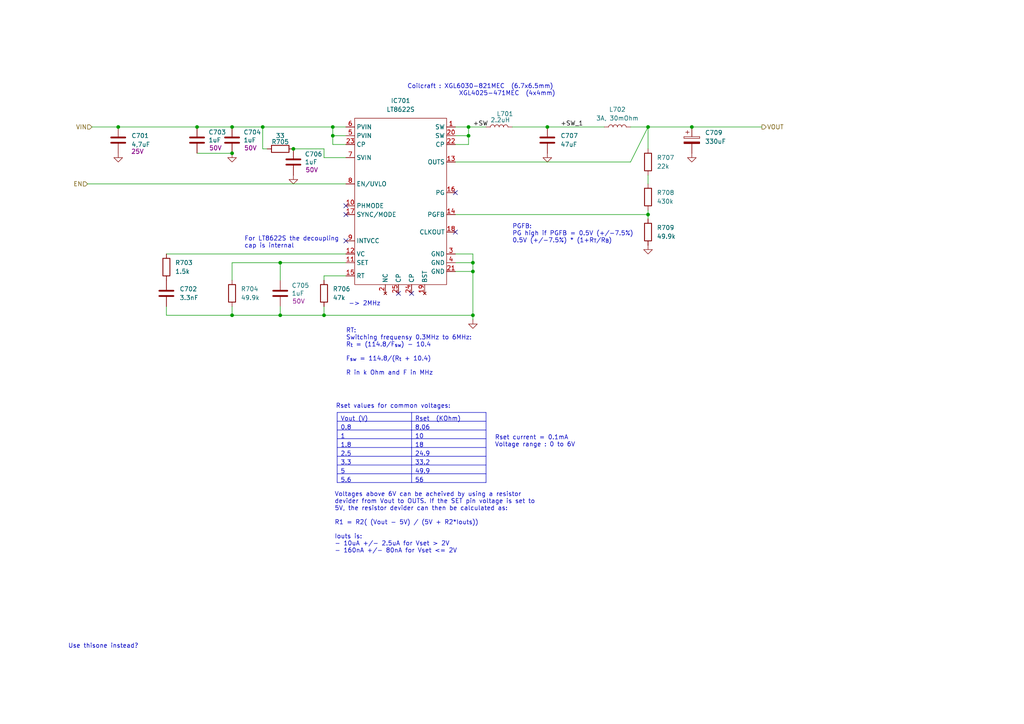
<source format=kicad_sch>
(kicad_sch (version 20250114) (generator "eeschema") (generator_version "9.0")
  (paper "A4")
  (lib_symbols
    (symbol "Device:C" (pin_numbers (hide yes)) (pin_names (offset 0.254))
      (property "Reference" "C" (at 0.635 2.54 0))
      (property "Value" "C" (at 0.635 -2.54 0))
      (symbol "C_0_1"
        (polyline (pts (xy -2.032 0.762) (xy 2.032 0.762)) (stroke (width 0.508)))
        (polyline (pts (xy -2.032 -0.762) (xy 2.032 -0.762)) (stroke (width 0.508)))
      )
      (symbol "C_1_1"
        (pin passive line (at 0 3.81 270) (length 2.794) (name "~") (number "1"))
        (pin passive line (at 0 -3.81 90) (length 2.794) (name "~") (number "2"))
      )
    )
    (symbol "Device:C_Polarized" (pin_numbers (hide yes)) (pin_names (offset 0.254))
      (property "Reference" "C" (at 0.635 2.54 0))
      (property "Value" "C_Polarized" (at 0.635 -2.54 0))
      (symbol "C_Polarized_0_1"
        (rectangle (start -2.286 0.508) (end 2.286 1.016))
        (polyline (pts (xy -1.778 2.286) (xy -0.762 2.286)))
        (polyline (pts (xy -1.27 2.794) (xy -1.27 1.778)))
        (rectangle (start 2.286 -0.508) (end -2.286 -1.016) (fill (type outline)))
      )
      (symbol "C_Polarized_1_1"
        (pin passive line (at 0 3.81 270) (length 2.794) (name "~") (number "1"))
        (pin passive line (at 0 -3.81 90) (length 2.794) (name "~") (number "2"))
      )
    )
    (symbol "Device:L" (pin_numbers (hide yes)) (pin_names (offset 1.016) (hide yes))
      (property "Reference" "L" (at -1.27 0 90))
      (property "Value" "L" (at 1.905 0 90))
      (symbol "L_0_1"
        (arc (start 0 2.54) (mid 0.6323 1.905) (end 0 1.27))
        (arc (start 0 1.27) (mid 0.6323 0.635) (end 0 0))
        (arc (start 0 0) (mid 0.6323 -0.635) (end 0 -1.27))
        (arc (start 0 -1.27) (mid 0.6323 -1.905) (end 0 -2.54))
      )
      (symbol "L_1_1"
        (pin passive line (at 0 3.81 270) (length 1.27) (name "1") (number "1"))
        (pin passive line (at 0 -3.81 90) (length 1.27) (name "2") (number "2"))
      )
    )
    (symbol "Device:R" (pin_numbers (hide yes)) (pin_names (offset 0))
      (property "Reference" "R" (at 2.032 0 90))
      (property "Value" "R" (at 0 0 90))
      (symbol "R_0_1"
        (rectangle (start -1.016 -2.54) (end 1.016 2.54) (stroke (width 0.254)))
      )
      (symbol "R_1_1"
        (pin passive line (at 0 3.81 270) (length 1.27) (name "~") (number "1"))
        (pin passive line (at 0 -3.81 90) (length 1.27) (name "~") (number "2"))
      )
    )
    (symbol "my_symbols:LT862xS"
      (property "Reference" "IC2" (at -0.635 33.02 0))
      (property "Value" "LT8622S" (at -0.635 30.48 0))
      (symbol "LT862xS_0_0"
        (pin power_in line (at -16.51 25.4 0) (length 2.54) (name "PVIN") (number "6"))
        (pin power_in line (at -16.51 22.86 0) (length 2.54) (name "PVIN") (number "5"))
        (pin free line (at -16.51 20.32 0) (length 2.54) (name "CP") (number "23"))
        (pin power_in line (at -16.51 16.51 0) (length 2.54) (name "SVIN") (number "7"))
        (pin input line (at -16.51 8.89 0) (length 2.54) (name "EN/UVLO") (number "8"))
        (pin input line (at -16.51 2.54 0) (length 2.54) (name "PHMODE") (number "10"))
        (pin input line (at -16.51 0 0) (length 2.54) (name "SYNC/MODE") (number "17"))
        (pin power_in line (at -16.51 -7.62 0) (length 2.54) (name "INTVCC") (number "9"))
        (pin output line (at -16.51 -11.43 0) (length 2.54) (name "VC") (number "12"))
        (pin input line (at -16.51 -13.97 0) (length 2.54) (name "SET") (number "11"))
        (pin input line (at -16.51 -17.78 0) (length 2.54) (name "RT") (number "15"))
        (pin no_connect line (at -5.08 -22.86 90) (length 2.54) (name "NC") (number "2"))
        (pin free line (at -1.27 -22.86 90) (length 2.54) (name "CP") (number "25"))
        (pin free line (at 2.54 -22.86 90) (length 2.54) (name "CP") (number "24"))
        (pin no_connect line (at 6.35 -22.86 90) (length 2.54) (name "BST") (number "19"))
        (pin power_out line (at 15.24 25.4 180) (length 2.54) (name "SW") (number "1"))
        (pin power_out line (at 15.24 22.86 180) (length 2.54) (name "SW") (number "20"))
        (pin free line (at 15.24 20.32 180) (length 2.54) (name "CP") (number "22"))
        (pin output line (at 15.24 15.24 180) (length 2.54) (name "OUTS") (number "13"))
        (pin open_collector line (at 15.24 6.35 180) (length 2.54) (name "PG") (number "16"))
        (pin output line (at 15.24 -5.08 180) (length 2.54) (name "CLKOUT") (number "18"))
        (pin power_in line (at 15.24 -11.43 180) (length 2.54) (name "GND") (number "3"))
        (pin power_in line (at 15.24 -13.97 180) (length 2.54) (name "GND") (number "4"))
        (pin power_in line (at 15.24 -16.51 180) (length 2.54) (name "GND") (number "21"))
      )
      (symbol "LT862xS_0_1"
        (rectangle (start -13.97 -20.32) (end 12.7 27.94))
      )
      (symbol "LT862xS_1_0"
        (pin input line (at 15.24 0 180) (length 2.54) (name "PGFB") (number "14"))
      )
    )
    (symbol "power:GND" (power) (pin_numbers (hide yes)) (pin_names (offset 0) (hide yes))
      (property "Value" "GND" (at 0 -3.81 0))
      (symbol "GND_0_1"
        (polyline (pts (xy 0 0) (xy 0 -1.27) (xy 1.27 -1.27) (xy 0 -2.54) (xy -1.27 -1.27) (xy 0 -1.27)))
      )
      (symbol "GND_1_1"
        (pin power_in line (at 0 0 270) (length 0) (name "~") (number "1"))
      )
    )
  )
  (text "-> 2MHz" (at 101.092 88.138 0) (effects (font (size 1.27 1.27)) (justify left)))
  (text "Rset current = 0.1mA\nVoltage range : 0 to 6V" (at 143.51 128.016 0) (effects (font (size 1.27 1.27)) (justify left)))
  (text "PGFB:\nPG high if PGFB = 0.5V (+/-7.5%)\n0.5V (+/-7.5%) * (1+R_{T}/R_{B})" (at 148.59 67.818 0) (effects (font (size 1.27 1.27)) (justify left)))
  (text "For LT8622S the decoupling\ncap is internal" (at 70.866 70.358 0) (effects (font (size 1.27 1.27)) (justify left)))
  (text "Voltages above 6V can be acheived by using a resistor \ndevider from Vout to OUTS. If the SET pin voltage is set to \n5V, the resistor devider can then be calculated as:\n\nR1 = R2( (Vout - 5V) / (5V + R2*Iouts))\n\nIouts is: \n- 10uA +/- 2.5uA for Vset > 2V\n- 160nA +/- 80nA for Vset <= 2V" (at 97.028 151.638 0) (effects (font (size 1.27 1.27)) (justify left)))
  (text "Rset values for common voltages:" (at 114.046 117.856 0) (effects (font (size 1.27 1.27))))
  (text "RT:\nSwitching frequensy 0.3MHz to 6MHz:\nR_{t} = (114.8/F_{sw}) - 10.4\n\nF_{sw} = 114.8/(R_{t} + 10.4)\n\nR in k Ohm and F in MHz" (at 100.33 102.108 0) (effects (font (size 1.27 1.27)) (justify left)))
  (text "Use thisone instead?" (at 29.972 187.452 0) (effects (font (size 1.27 1.27))))
  (text "Coilcraft : XGL6030-821MEC  (6.7x6.5mm)\n			XGL4025-471MEC  (4x4mm)" (at 118.11 26.162 0) (effects (font (size 1.27 1.27)) (justify left)))
  (junction (at 81.28 91.44))
  (junction (at 76.2 36.83))
  (junction (at 137.16 78.74))
  (junction (at 67.31 44.45))
  (junction (at 137.16 91.44))
  (junction (at 135.89 36.83))
  (junction (at 85.09 43.18))
  (junction (at 187.96 62.23))
  (junction (at 96.52 36.83))
  (junction (at 135.89 39.37))
  (junction (at 67.31 91.44))
  (junction (at 200.66 36.83))
  (junction (at 34.29 36.83))
  (junction (at 187.96 36.83))
  (junction (at 93.98 91.44))
  (junction (at 137.16 76.2))
  (junction (at 81.28 76.2))
  (junction (at 67.31 36.83))
  (junction (at 57.15 36.83))
  (junction (at 158.75 36.83))
  (junction (at 96.52 39.37))
  (no_connect (at 132.08 55.88))
  (no_connect (at 132.08 67.31))
  (no_connect (at 100.33 62.23))
  (no_connect (at 119.38 85.09))
  (no_connect (at 100.33 69.85))
  (no_connect (at 115.57 85.09))
  (no_connect (at 100.33 59.69))
  (wire (pts (xy 93.98 43.18) (xy 85.09 43.18)))
  (wire (pts (xy 76.2 36.83) (xy 96.52 36.83)))
  (wire (pts (xy 132.08 76.2) (xy 137.16 76.2)))
  (wire (pts (xy 182.88 36.83) (xy 187.96 36.83)))
  (wire (pts (xy 137.16 91.44) (xy 137.16 92.71)))
  (wire (pts (xy 93.98 45.72) (xy 100.33 45.72)))
  (wire (pts (xy 96.52 39.37) (xy 96.52 41.91)))
  (wire (pts (xy 100.33 39.37) (xy 96.52 39.37)))
  (wire (pts (xy 26.67 36.83) (xy 34.29 36.83)))
  (wire (pts (xy 100.33 76.2) (xy 81.28 76.2)))
  (wire (pts (xy 135.89 41.91) (xy 135.89 39.37)))
  (wire (pts (xy 137.16 78.74) (xy 137.16 91.44)))
  (wire (pts (xy 57.15 44.45) (xy 67.31 44.45)))
  (wire (pts (xy 187.96 50.8) (xy 187.96 53.34)))
  (wire (pts (xy 96.52 36.83) (xy 96.52 39.37)))
  (wire (pts (xy 137.16 73.66) (xy 137.16 76.2)))
  (wire (pts (xy 158.75 36.83) (xy 175.26 36.83)))
  (wire (pts (xy 96.52 36.83) (xy 100.33 36.83)))
  (wire (pts (xy 67.31 91.44) (xy 81.28 91.44)))
  (wire (pts (xy 187.96 36.83) (xy 200.66 36.83)))
  (wire (pts (xy 140.97 36.83) (xy 135.89 36.83)))
  (wire (pts (xy 132.08 46.99) (xy 182.88 46.99)))
  (wire (pts (xy 67.31 76.2) (xy 67.31 81.28)))
  (wire (pts (xy 187.96 60.96) (xy 187.96 62.23)))
  (wire (pts (xy 67.31 76.2) (xy 81.28 76.2)))
  (wire (pts (xy 187.96 62.23) (xy 187.96 63.5)))
  (wire (pts (xy 132.08 73.66) (xy 137.16 73.66)))
  (wire (pts (xy 57.15 36.83) (xy 67.31 36.83)))
  (wire (pts (xy 67.31 88.9) (xy 67.31 91.44)))
  (wire (pts (xy 34.29 36.83) (xy 57.15 36.83)))
  (wire (pts (xy 187.96 36.83) (xy 187.96 43.18)))
  (wire (pts (xy 100.33 80.01) (xy 93.98 80.01)))
  (wire (pts (xy 67.31 36.83) (xy 76.2 36.83)))
  (wire (pts (xy 81.28 91.44) (xy 93.98 91.44)))
  (wire (pts (xy 187.96 36.83) (xy 182.88 46.99)))
  (wire (pts (xy 132.08 39.37) (xy 135.89 39.37)))
  (wire (pts (xy 81.28 88.9) (xy 81.28 91.44)))
  (wire (pts (xy 100.33 73.66) (xy 48.26 73.66)))
  (wire (pts (xy 132.08 41.91) (xy 135.89 41.91)))
  (wire (pts (xy 93.98 45.72) (xy 93.98 43.18)))
  (wire (pts (xy 200.66 36.83) (xy 220.98 36.83)))
  (wire (pts (xy 48.26 88.9) (xy 48.26 91.44)))
  (wire (pts (xy 76.2 36.83) (xy 76.2 43.18)))
  (wire (pts (xy 137.16 76.2) (xy 137.16 78.74)))
  (wire (pts (xy 93.98 88.9) (xy 93.98 91.44)))
  (wire (pts (xy 25.4 53.34) (xy 100.33 53.34)))
  (wire (pts (xy 135.89 36.83) (xy 132.08 36.83)))
  (wire (pts (xy 135.89 39.37) (xy 135.89 36.83)))
  (wire (pts (xy 100.33 41.91) (xy 96.52 41.91)))
  (wire (pts (xy 93.98 91.44) (xy 137.16 91.44)))
  (wire (pts (xy 81.28 76.2) (xy 81.28 81.28)))
  (wire (pts (xy 76.2 43.18) (xy 77.47 43.18)))
  (wire (pts (xy 93.98 80.01) (xy 93.98 81.28)))
  (wire (pts (xy 48.26 91.44) (xy 67.31 91.44)))
  (wire (pts (xy 132.08 62.23) (xy 187.96 62.23)))
  (wire (pts (xy 148.59 36.83) (xy 158.75 36.83)))
  (wire (pts (xy 132.08 78.74) (xy 137.16 78.74)))
  (table (column_count 2) (border (external yes) (header yes)) (separators (rows yes) (cols yes)) (column_widths 21.59 21.59) (row_heights 2.54 2.54 2.54 2.54 2.54 2.54 2.54 2.54) (cells (table_cell "Vout (V)" (at 97.79 119.634 0) (size 21.59 2.54) (margins 0.9525 0.9525 0.9525 0.9525) (span 1 1)) (table_cell "Rset  (KOhm)" (at 119.38 119.634 0) (size 21.59 2.54) (margins 0.9525 0.9525 0.9525 0.9525) (span 1 1)) (table_cell "0.8" (at 97.79 122.174 0) (size 21.59 2.54) (margins 0.9525 0.9525 0.9525 0.9525) (span 1 1)) (table_cell "8.06" (at 119.38 122.174 0) (size 21.59 2.54) (margins 0.9525 0.9525 0.9525 0.9525) (span 1 1)) (table_cell "1" (at 97.79 124.714 0) (size 21.59 2.54) (margins 0.9525 0.9525 0.9525 0.9525) (span 1 1)) (table_cell "10" (at 119.38 124.714 0) (size 21.59 2.54) (margins 0.9525 0.9525 0.9525 0.9525) (span 1 1)) (table_cell "1.8" (at 97.79 127.254 0) (size 21.59 2.54) (margins 0.9525 0.9525 0.9525 0.9525) (span 1 1)) (table_cell "18" (at 119.38 127.254 0) (size 21.59 2.54) (margins 0.9525 0.9525 0.9525 0.9525) (span 1 1)) (table_cell "2.5" (at 97.79 129.794 0) (size 21.59 2.54) (margins 0.9525 0.9525 0.9525 0.9525) (span 1 1)) (table_cell "24.9" (at 119.38 129.794 0) (size 21.59 2.54) (margins 0.9525 0.9525 0.9525 0.9525) (span 1 1)) (table_cell "3.3" (at 97.79 132.334 0) (size 21.59 2.54) (margins 0.9525 0.9525 0.9525 0.9525) (span 1 1)) (table_cell "33.2" (at 119.38 132.334 0) (size 21.59 2.54) (margins 0.9525 0.9525 0.9525 0.9525) (span 1 1)) (table_cell "5" (at 97.79 134.874 0) (size 21.59 2.54) (margins 0.9525 0.9525 0.9525 0.9525) (span 1 1)) (table_cell "49.9" (at 119.38 134.874 0) (size 21.59 2.54) (margins 0.9525 0.9525 0.9525 0.9525) (span 1 1)) (table_cell "5.6" (at 97.79 137.414 0) (size 21.59 2.54) (margins 0.9525 0.9525 0.9525 0.9525) (span 1 1)) (table_cell "56" (at 119.38 137.414 0) (size 21.59 2.54) (margins 0.9525 0.9525 0.9525 0.9525) (span 1 1))))
  (label "+SW_1" (at 162.56 36.83 0))
  (label "+SW" (at 137.16 36.83 0))
  (hierarchical_label "VIN" (shape input) (at 26.67 36.83 180))
  (hierarchical_label "VOUT" (shape output) (at 220.98 36.83 0))
  (hierarchical_label "EN" (shape input) (at 25.4 53.34 180))
  (symbol (lib_id "Device:R") (at 48.26 77.47 0) (unit 1)
    (property "Reference" "R703" (at 50.8 76.1999 0) (effects (justify left)))
    (property "Value" "1.5k" (at 50.8 78.7399 0) (effects (justify left)))
    (property "Footprint" "Resistor_SMD:R_0402_1005Metric_Pad0.72x0.64mm_HandSolder" (effects (hide yes)))
    (property "Description" "Resistor" (effects (hide yes)))
    (instances (project "miu2" (path "" (reference "R703") (unit 1))) (project "miu2" (path "" (reference "R?") (unit 1)) (path "" (reference "R?") (unit 1)) (path "" (reference "R?") (unit 1)) (path "" (reference "R?") (unit 1))))
  )
  (symbol (lib_id "Device:R") (at 67.31 85.09 0) (unit 1)
    (property "Reference" "R704" (at 69.85 83.8199 0) (effects (justify left)))
    (property "Value" "49.9k" (at 69.85 86.3599 0) (effects (justify left)))
    (property "Footprint" "Resistor_SMD:R_0402_1005Metric_Pad0.72x0.64mm_HandSolder" (effects (hide yes)))
    (property "Description" "Resistor" (effects (hide yes)))
    (instances (project "vshd2_gib" (path "" (reference "R704") (unit 1))) (project "vshd2_gib" (path "" (reference "R?") (unit 1)) (path "" (reference "R?") (unit 1)) (path "" (reference "R?") (unit 1)) (path "" (reference "R?") (unit 1))))
  )
  (symbol (lib_id "Device:C") (at 85.09 46.99 0) (unit 1)
    (property "Reference" "C706" (at 88.392 44.704 0) (effects (justify left)))
    (property "Value" "1uF" (at 88.392 46.99 0) (effects (justify left)))
    (property "Footprint" "Capacitor_SMD:C_0402_1005Metric_Pad0.74x0.62mm_HandSolder" (effects (hide yes)))
    (property "Description" "Unpolarized capacitor" (effects (hide yes)))
    (property "Voltage" "50V" (at 90.424 49.276 0))
    (property "DigiKey" "490-GRM155R61H105KE05DCT-ND" (effects (hide yes)))
    (property "Manufacturer" "Murata Electronics" (effects (hide yes)))
    (property "PN" "490-GRM155R61H105KE05DCT-ND" (effects (hide yes)))
    (instances (project "vshd2_gib" (path "" (reference "C706") (unit 1))) (project "vshd2_gib" (path "" (reference "C?") (unit 1)) (path "" (reference "C?") (unit 1)) (path "" (reference "C?") (unit 1)) (path "" (reference "C?") (unit 1))))
  )
  (symbol (lib_id "Device:C_Polarized") (at 200.66 40.64 0) (unit 1)
    (property "Reference" "C709" (at 204.47 38.4809 0) (effects (justify left)))
    (property "Value" "330uF" (at 204.47 41.0209 0) (effects (justify left)))
    (property "Footprint" "my_footprints:CAPMP7343X430N" (effects (hide yes)))
    (property "Description" "Polarized capacitor" (effects (hide yes)))
    (instances (project "miu2" (path "" (reference "C709") (unit 1))) (project "miu2" (path "" (reference "C?") (unit 1)) (path "" (reference "C?") (unit 1)) (path "" (reference "C?") (unit 1)) (path "" (reference "C?") (unit 1))))
  )
  (symbol (lib_id "power:GND") (at 200.66 44.45 0) (unit 1)
    (property "Reference" "#PWR0719" (effects (hide yes)))
    (property "Value" "GND" (effects (hide yes)))
    (property "Description" "Power symbol creates a global label with name \"GND\" , ground" (effects (hide yes)))
    (instances (project "miu2" (path "" (reference "#PWR0719") (unit 1))) (project "miu2" (path "" (reference "#PWR?") (unit 1)) (path "" (reference "#PWR?") (unit 1)) (path "" (reference "#PWR?") (unit 1)) (path "" (reference "#PWR?") (unit 1))))
  )
  (symbol (lib_id "Device:R") (at 93.98 85.09 0) (unit 1)
    (property "Reference" "R706" (at 96.52 83.8199 0) (effects (justify left)))
    (property "Value" "47k" (at 96.52 86.3599 0) (effects (justify left)))
    (property "Footprint" "Resistor_SMD:R_0402_1005Metric_Pad0.72x0.64mm_HandSolder" (effects (hide yes)))
    (property "Description" "Resistor" (effects (hide yes)))
    (instances (project "miu2" (path "" (reference "R706") (unit 1))) (project "miu2" (path "" (reference "R?") (unit 1)) (path "" (reference "R?") (unit 1)) (path "" (reference "R?") (unit 1)) (path "" (reference "R?") (unit 1))))
  )
  (symbol (lib_id "power:GND") (at 85.09 50.8 0) (unit 1)
    (property "Reference" "#PWR0714" (effects (hide yes)))
    (property "Value" "GND" (effects (hide yes)))
    (property "Description" "Power symbol creates a global label with name \"GND\" , ground" (effects (hide yes)))
    (instances (project "vshd2_gib" (path "" (reference "#PWR0714") (unit 1))) (project "vshd2_gib" (path "" (reference "#PWR?") (unit 1)) (path "" (reference "#PWR?") (unit 1)) (path "" (reference "#PWR?") (unit 1)) (path "" (reference "#PWR?") (unit 1))))
  )
  (symbol (lib_id "Device:C") (at 48.26 85.09 0) (unit 1)
    (property "Reference" "C702" (at 52.07 83.8199 0) (effects (justify left)))
    (property "Value" "3.3nF" (at 52.07 86.3599 0) (effects (justify left)))
    (property "Footprint" "Capacitor_SMD:C_0402_1005Metric_Pad0.74x0.62mm_HandSolder" (effects (hide yes)))
    (property "Description" "Unpolarized capacitor" (effects (hide yes)))
    (instances (project "miu2" (path "" (reference "C702") (unit 1))) (project "miu2" (path "" (reference "C?") (unit 1)) (path "" (reference "C?") (unit 1)) (path "" (reference "C?") (unit 1)) (path "" (reference "C?") (unit 1))))
  )
  (symbol (lib_id "power:GND") (at 158.75 44.45 0) (unit 1)
    (property "Reference" "#PWR0716" (effects (hide yes)))
    (property "Value" "GND" (effects (hide yes)))
    (property "Description" "Power symbol creates a global label with name \"GND\" , ground" (effects (hide yes)))
    (instances (project "miu2" (path "" (reference "#PWR0716") (unit 1))) (project "miu2" (path "" (reference "#PWR?") (unit 1)) (path "" (reference "#PWR?") (unit 1)) (path "" (reference "#PWR?") (unit 1)) (path "" (reference "#PWR?") (unit 1))))
  )
  (symbol (lib_id "Device:C") (at 57.15 40.64 0) (unit 1)
    (property "Reference" "C703" (at 60.452 38.354 0) (effects (justify left)))
    (property "Value" "1uF" (at 60.452 40.64 0) (effects (justify left)))
    (property "Footprint" "Capacitor_SMD:C_0402_1005Metric_Pad0.74x0.62mm_HandSolder" (effects (hide yes)))
    (property "Description" "Unpolarized capacitor" (effects (hide yes)))
    (property "Voltage" "50V" (at 62.484 42.926 0))
    (property "DigiKey" "490-GRM155R61H105KE05DCT-ND" (effects (hide yes)))
    (property "Manufacturer" "Murata Electronics" (effects (hide yes)))
    (property "PN" "490-GRM155R61H105KE05DCT-ND" (effects (hide yes)))
    (instances (project "miu2" (path "" (reference "C703") (unit 1))) (project "miu2" (path "" (reference "C?") (unit 1)) (path "" (reference "C?") (unit 1)) (path "" (reference "C?") (unit 1)) (path "" (reference "C?") (unit 1))))
  )
  (symbol (lib_id "Device:R") (at 187.96 57.15 0) (unit 1)
    (property "Reference" "R708" (at 190.5 55.8799 0) (effects (justify left)))
    (property "Value" "430k" (at 190.5 58.4199 0) (effects (justify left)))
    (property "Footprint" "Resistor_SMD:R_0402_1005Metric_Pad0.72x0.64mm_HandSolder" (effects (hide yes)))
    (property "Description" "Resistor" (effects (hide yes)))
    (instances (project "miu2" (path "" (reference "R708") (unit 1))) (project "miu2" (path "" (reference "R?") (unit 1)) (path "" (reference "R?") (unit 1)) (path "" (reference "R?") (unit 1)) (path "" (reference "R?") (unit 1))))
  )
  (symbol (lib_id "Device:R") (at 187.96 46.99 0) (unit 1)
    (property "Reference" "R707" (at 190.5 45.7199 0) (effects (justify left)))
    (property "Value" "22k" (at 190.5 48.2599 0) (effects (justify left)))
    (property "Footprint" "Resistor_SMD:R_0402_1005Metric_Pad0.72x0.64mm_HandSolder" (effects (hide yes)))
    (property "Description" "Resistor" (effects (hide yes)))
  )
  (symbol (lib_id "Device:R") (at 81.28 43.18 90) (unit 1)
    (property "Reference" "R705" (at 81.28 41.148 90))
    (property "Value" "33" (at 81.28 39.37 90))
    (property "Footprint" "Resistor_SMD:R_0402_1005Metric_Pad0.72x0.64mm_HandSolder" (effects (hide yes)))
    (property "Description" "Resistor" (effects (hide yes)))
    (instances (project "vshd2_gib" (path "" (reference "R705") (unit 1))) (project "vshd2_gib" (path "" (reference "R?") (unit 1)) (path "" (reference "R?") (unit 1)) (path "" (reference "R?") (unit 1)) (path "" (reference "R?") (unit 1))))
  )
  (symbol (lib_id "power:GND") (at 67.31 44.45 0) (unit 1)
    (property "Reference" "#PWR0713" (effects (hide yes)))
    (property "Value" "GND" (effects (hide yes)))
    (property "Description" "Power symbol creates a global label with name \"GND\" , ground" (effects (hide yes)))
    (instances (project "miu2" (path "" (reference "#PWR0713") (unit 1))) (project "miu2" (path "" (reference "#PWR?") (unit 1)) (path "" (reference "#PWR?") (unit 1)) (path "" (reference "#PWR?") (unit 1)) (path "" (reference "#PWR?") (unit 1))))
  )
  (symbol (lib_id "Device:C") (at 158.75 40.64 0) (unit 1)
    (property "Reference" "C707" (at 162.56 39.3699 0) (effects (justify left)))
    (property "Value" "47uF" (at 162.56 41.9099 0) (effects (justify left)))
    (property "Footprint" "Capacitor_SMD:C_1206_3216Metric_Pad1.33x1.80mm_HandSolder" (effects (hide yes)))
    (property "Description" "Unpolarized capacitor" (effects (hide yes)))
    (property "Manufacturer" "TDK Corporation" (effects (hide yes)))
    (property "DigiKey" "445-8047-1-ND" (effects (hide yes)))
    (property "PN" "C3216X5R1E476M160AC" (effects (hide yes)))
    (instances (project "miu2" (path "" (reference "C707") (unit 1))) (project "miu2" (path "" (reference "C?") (unit 1)) (path "" (reference "C?") (unit 1)) (path "" (reference "C?") (unit 1)) (path "" (reference "C?") (unit 1))))
  )
  (symbol (lib_id "Device:C") (at 34.29 40.64 0) (unit 1)
    (property "Reference" "C701" (at 38.1 39.3699 0) (effects (justify left)))
    (property "Value" "4,7uF" (at 38.1 41.9099 0) (effects (justify left)))
    (property "Footprint" "Capacitor_SMD:C_0402_1005Metric_Pad0.74x0.62mm_HandSolder" (effects (hide yes)))
    (property "Description" "Unpolarized capacitor" (effects (hide yes)))
    (property "PN" "GRM155C61E475ME15D" (effects (hide yes)))
    (property "Voltage" "25V" (at 39.878 43.942 0))
    (property "DigiKey" "490-GRM155C61E475ME15DCT-ND" (effects (hide yes)))
    (property "Manufacturer" "Murata Electronics" (effects (hide yes)))
    (instances (project "miu2" (path "" (reference "C701") (unit 1))) (project "miu2" (path "" (reference "C?") (unit 1)) (path "" (reference "C?") (unit 1)) (path "" (reference "C?") (unit 1)) (path "" (reference "C?") (unit 1))))
  )
  (symbol (lib_id "Device:C") (at 67.31 40.64 0) (unit 1)
    (property "Reference" "C704" (at 70.612 38.354 0) (effects (justify left)))
    (property "Value" "1uF" (at 70.612 40.64 0) (effects (justify left)))
    (property "Footprint" "Capacitor_SMD:C_0402_1005Metric_Pad0.74x0.62mm_HandSolder" (effects (hide yes)))
    (property "Description" "Unpolarized capacitor" (effects (hide yes)))
    (property "Voltage" "50V" (at 72.644 42.926 0))
    (property "DigiKey" "490-GRM155R61H105KE05DCT-ND" (effects (hide yes)))
    (property "Manufacturer" "Murata Electronics" (effects (hide yes)))
    (property "PN" "490-GRM155R61H105KE05DCT-ND" (effects (hide yes)))
    (instances (project "vshd2_gib" (path "" (reference "C704") (unit 1))) (project "vshd2_gib" (path "" (reference "C?") (unit 1)) (path "" (reference "C?") (unit 1)) (path "" (reference "C?") (unit 1)) (path "" (reference "C?") (unit 1))))
  )
  (symbol (lib_id "power:GND") (at 187.96 71.12 0) (unit 1)
    (property "Reference" "#PWR0718" (effects (hide yes)))
    (property "Value" "GND" (effects (hide yes)))
    (property "Description" "Power symbol creates a global label with name \"GND\" , ground" (effects (hide yes)))
    (instances (project "miu2" (path "" (reference "#PWR0718") (unit 1))) (project "miu2" (path "" (reference "#PWR?") (unit 1)) (path "" (reference "#PWR?") (unit 1)) (path "" (reference "#PWR?") (unit 1)) (path "" (reference "#PWR?") (unit 1))))
  )
  (symbol (lib_id "Device:R") (at 187.96 67.31 0) (unit 1)
    (property "Reference" "R709" (at 190.5 66.0399 0) (effects (justify left)))
    (property "Value" "49.9k" (at 190.5 68.5799 0) (effects (justify left)))
    (property "Footprint" "Resistor_SMD:R_0402_1005Metric_Pad0.72x0.64mm_HandSolder" (effects (hide yes)))
    (property "Description" "Resistor" (effects (hide yes)))
    (instances (project "miu2" (path "" (reference "R709") (unit 1))) (project "miu2" (path "" (reference "R?") (unit 1)) (path "" (reference "R?") (unit 1)) (path "" (reference "R?") (unit 1)) (path "" (reference "R?") (unit 1))))
  )
  (symbol (lib_id "Device:L") (at 144.78 36.83 90) (unit 1)
    (property "Reference" "L701" (at 144.018 33.02 90) (effects (justify right)))
    (property "Value" "2.2uH" (at 142.24 34.798 90) (effects (justify right)))
    (property "Footprint" "Inductor_SMD:L_Coilcraft_XAL6060-XXX" (effects (hide yes)))
    (property "Description" "Inductor" (effects (hide yes)))
    (property "DigiKey" "4044-CSEG0660-2R2MCT-ND" (effects (hide yes)))
    (property "Manufacturer" "CODACA" (effects (hide yes)))
    (property "PN" "CSEG0660-2R2M" (effects (hide yes)))
    (instances (project "miu2" (path "" (reference "L701") (unit 1))) (project "miu2" (path "" (reference "L?") (unit 1)) (path "" (reference "L?") (unit 1)) (path "" (reference "L?") (unit 1)) (path "" (reference "L?") (unit 1))))
  )
  (symbol (lib_id "Device:L") (at 179.07 36.83 90) (unit 1)
    (property "Reference" "L702" (at 179.07 31.75 90))
    (property "Value" "3A, 30mOhm" (at 179.07 34.29 90))
    (property "Footprint" "Inductor_SMD:L_0603_1608Metric_Pad1.05x0.95mm_HandSolder" (effects (hide yes)))
    (property "Description" "Inductor" (effects (hide yes)))
    (property "DigiKey" "490-5254-1-ND" (effects (hide yes)))
    (property "PN" "BLM18KG121TN1D" (effects (hide yes)))
    (property "Manufacturer" "Murata Electronics" (effects (hide yes)))
  )
  (symbol (lib_id "Device:C") (at 81.28 85.09 0) (unit 1)
    (property "Reference" "C705" (at 84.582 82.804 0) (effects (justify left)))
    (property "Value" "1uF" (at 84.582 85.09 0) (effects (justify left)))
    (property "Footprint" "Capacitor_SMD:C_0402_1005Metric_Pad0.74x0.62mm_HandSolder" (effects (hide yes)))
    (property "Description" "Unpolarized capacitor" (effects (hide yes)))
    (property "Voltage" "50V" (at 86.614 87.376 0))
    (property "DigiKey" "490-GRM155R61H105KE05DCT-ND" (effects (hide yes)))
    (property "Manufacturer" "Murata Electronics" (effects (hide yes)))
    (property "PN" "490-GRM155R61H105KE05DCT-ND" (effects (hide yes)))
  )
  (symbol (lib_id "power:GND") (at 34.29 44.45 0) (unit 1)
    (property "Reference" "#PWR0712" (effects (hide yes)))
    (property "Value" "GND" (effects (hide yes)))
    (property "Description" "Power symbol creates a global label with name \"GND\" , ground" (effects (hide yes)))
    (instances (project "miu2" (path "" (reference "#PWR0712") (unit 1))) (project "miu2" (path "" (reference "#PWR?") (unit 1)) (path "" (reference "#PWR?") (unit 1)) (path "" (reference "#PWR?") (unit 1)) (path "" (reference "#PWR?") (unit 1))))
  )
  (symbol (lib_id "power:GND") (at 137.16 92.71 0) (unit 1)
    (property "Reference" "#PWR0715" (effects (hide yes)))
    (property "Value" "GND" (effects (hide yes)))
    (property "Description" "Power symbol creates a global label with name \"GND\" , ground" (effects (hide yes)))
    (instances (project "miu2" (path "" (reference "#PWR0715") (unit 1))) (project "miu2" (path "" (reference "#PWR?") (unit 1)) (path "" (reference "#PWR?") (unit 1)) (path "" (reference "#PWR?") (unit 1)) (path "" (reference "#PWR?") (unit 1))))
  )
  (symbol (lib_id "my_symbols:LT862xS") (at 116.84 62.23 0) (unit 1)
    (property "Reference" "IC701" (at 116.205 29.21 0))
    (property "Value" "LT8622S" (at 116.205 31.75 0))
    (property "Footprint" "my_footprints:QFN-20" (effects (hide yes)))
    (property "Datasheet" "https://www.analog.com/media/en/technical-documentation/data-sheets/lt8622s_24s_revb.pdf" (effects (hide yes)))
    (property "Description" "18v, 2A/4A Step-down silent switcher 3 with ultralow noise reference" (effects (hide yes)))
    (property "Manufacturer" "Analog Devices Inc." (effects (hide yes)))
    (property "DigiKey" "505-LT8622SAV#PBF-ND" (effects (hide yes)))
    (property "PN" "LT8622SAV#PBF" (effects (hide yes)))
    (instances (project "miu2" (path "" (reference "IC701") (unit 1))) (project "miu2" (path "" (reference "IC?") (unit 1)) (path "" (reference "IC?") (unit 1)) (path "" (reference "IC?") (unit 1)) (path "" (reference "IC?") (unit 1))))
  )
)
</source>
